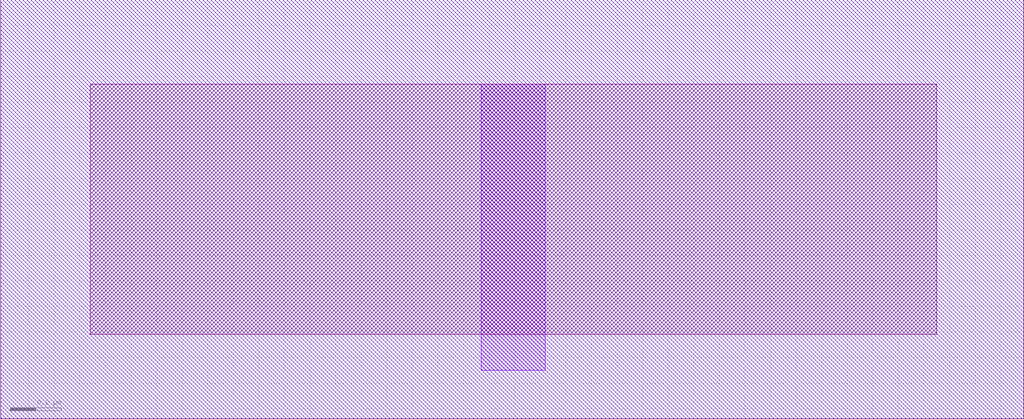
<source format=lef>
VERSION 5.7 ;
  NOWIREEXTENSIONATPIN ON ;
  DIVIDERCHAR "/" ;
  BUSBITCHARS "[]" ;
UNITS
  DATABASE MICRONS 200 ;
END UNITS

LAYER via2
  TYPE CUT ;
END via2

LAYER via
  TYPE CUT ;
END via

LAYER nwell
  TYPE MASTERSLICE ;
END nwell

LAYER via3
  TYPE CUT ;
END via3

LAYER pwell
  TYPE MASTERSLICE ;
END pwell

LAYER via4
  TYPE CUT ;
END via4

LAYER mcon
  TYPE CUT ;
END mcon

LAYER met6
  TYPE ROUTING ;
  WIDTH 0.030000 ;
  SPACING 0.040000 ;
  DIRECTION HORIZONTAL ;
END met6

LAYER met1
  TYPE ROUTING ;
  WIDTH 0.140000 ;
  SPACING 0.140000 ;
  DIRECTION HORIZONTAL ;
END met1

LAYER met3
  TYPE ROUTING ;
  WIDTH 0.300000 ;
  SPACING 0.300000 ;
  DIRECTION HORIZONTAL ;
END met3

LAYER met2
  TYPE ROUTING ;
  WIDTH 0.140000 ;
  SPACING 0.140000 ;
  DIRECTION HORIZONTAL ;
END met2

LAYER met4
  TYPE ROUTING ;
  WIDTH 0.300000 ;
  SPACING 0.300000 ;
  DIRECTION HORIZONTAL ;
END met4

LAYER met5
  TYPE ROUTING ;
  WIDTH 1.600000 ;
  SPACING 1.600000 ;
  DIRECTION HORIZONTAL ;
END met5

LAYER li1
  TYPE ROUTING ;
  WIDTH 0.170000 ;
  SPACING 0.170000 ;
  DIRECTION HORIZONTAL ;
END li1

MACRO sky130_hilas_overlapCap02a
  CLASS BLOCK ;
  FOREIGN sky130_hilas_overlapCap02a ;
  ORIGIN 5.210 0.540 ;
  SIZE 4.000 BY 1.640 ;
  OBS
      LAYER nwell ;
        RECT -5.210 -0.540 -1.210 1.100 ;
      LAYER li1 ;
        RECT -4.860 -0.210 -1.550 0.770 ;
      LAYER met1 ;
        RECT -3.330 -0.350 -3.080 0.770 ;
  END
END sky130_hilas_overlapCap02a
END LIBRARY


</source>
